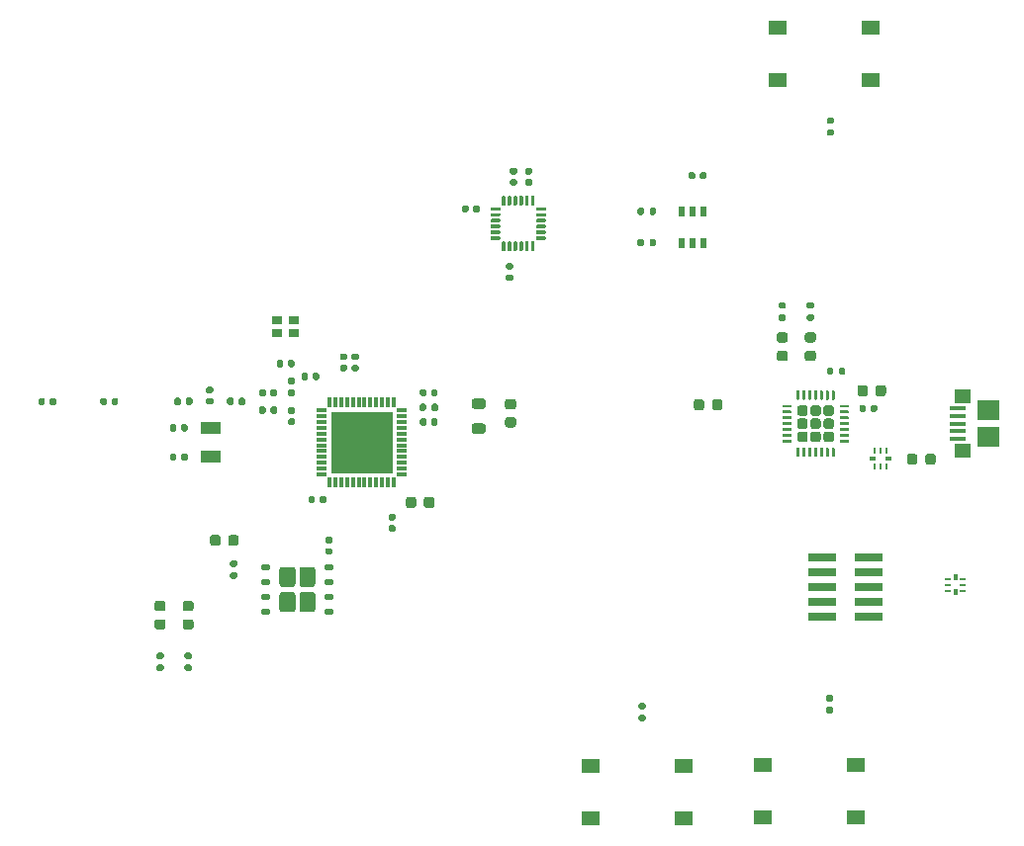
<source format=gbr>
%TF.GenerationSoftware,KiCad,Pcbnew,(5.1.9)-1*%
%TF.CreationDate,2021-08-26T02:42:55-04:00*%
%TF.ProjectId,CC2652_OnBoard,43433236-3532-45f4-9f6e-426f6172642e,rev?*%
%TF.SameCoordinates,Original*%
%TF.FileFunction,Paste,Top*%
%TF.FilePolarity,Positive*%
%FSLAX46Y46*%
G04 Gerber Fmt 4.6, Leading zero omitted, Abs format (unit mm)*
G04 Created by KiCad (PCBNEW (5.1.9)-1) date 2021-08-26 02:42:55*
%MOMM*%
%LPD*%
G01*
G04 APERTURE LIST*
%ADD10R,0.850000X0.300000*%
%ADD11R,0.300000X0.850000*%
%ADD12R,5.250000X5.250000*%
%ADD13R,0.600000X0.300000*%
%ADD14R,0.250000X0.550000*%
%ADD15R,0.200000X0.550000*%
%ADD16R,1.450000X1.150000*%
%ADD17R,1.900000X1.750000*%
%ADD18R,1.400000X0.400000*%
%ADD19R,0.300000X0.600000*%
%ADD20R,0.550000X0.250000*%
%ADD21R,0.550000X0.200000*%
%ADD22R,0.550000X0.900000*%
%ADD23R,2.400000X0.740000*%
%ADD24R,1.550000X1.300000*%
%ADD25R,0.900000X0.800000*%
%ADD26R,1.800000X1.000000*%
G04 APERTURE END LIST*
D10*
%TO.C,IC1*%
X104550000Y-81250000D03*
X104550000Y-81750000D03*
X104550000Y-82250000D03*
X104550000Y-82750000D03*
X104550000Y-83250000D03*
X104550000Y-83750000D03*
X104550000Y-84250000D03*
X104550000Y-84750000D03*
X104550000Y-85250000D03*
X104550000Y-85750000D03*
X104550000Y-86250000D03*
X104550000Y-86750000D03*
D11*
X105250000Y-87450000D03*
X105750000Y-87450000D03*
X106250000Y-87450000D03*
X106750000Y-87450000D03*
X107250000Y-87450000D03*
X107750000Y-87450000D03*
X108250000Y-87450000D03*
X108750000Y-87450000D03*
X109250000Y-87450000D03*
X109750000Y-87450000D03*
X110250000Y-87450000D03*
X110750000Y-87450000D03*
D10*
X111450000Y-86750000D03*
X111450000Y-86250000D03*
X111450000Y-85750000D03*
X111450000Y-85250000D03*
X111450000Y-84750000D03*
X111450000Y-84250000D03*
X111450000Y-83750000D03*
X111450000Y-83250000D03*
X111450000Y-82750000D03*
X111450000Y-82250000D03*
X111450000Y-81750000D03*
X111450000Y-81250000D03*
D11*
X110750000Y-80550000D03*
X110250000Y-80550000D03*
X109750000Y-80550000D03*
X109250000Y-80550000D03*
X108750000Y-80550000D03*
X108250000Y-80550000D03*
X107750000Y-80550000D03*
X107250000Y-80550000D03*
X106750000Y-80550000D03*
X106250000Y-80550000D03*
X105750000Y-80550000D03*
X105250000Y-80550000D03*
D12*
X108000000Y-84000000D03*
%TD*%
%TO.C,EMI_VDDS_FILTER_USB1*%
G36*
G01*
X156250000Y-85706250D02*
X156250000Y-85193750D01*
G75*
G02*
X156468750Y-84975000I218750J0D01*
G01*
X156906250Y-84975000D01*
G75*
G02*
X157125000Y-85193750I0J-218750D01*
G01*
X157125000Y-85706250D01*
G75*
G02*
X156906250Y-85925000I-218750J0D01*
G01*
X156468750Y-85925000D01*
G75*
G02*
X156250000Y-85706250I0J218750D01*
G01*
G37*
G36*
G01*
X154675000Y-85706250D02*
X154675000Y-85193750D01*
G75*
G02*
X154893750Y-84975000I218750J0D01*
G01*
X155331250Y-84975000D01*
G75*
G02*
X155550000Y-85193750I0J-218750D01*
G01*
X155550000Y-85706250D01*
G75*
G02*
X155331250Y-85925000I-218750J0D01*
G01*
X154893750Y-85925000D01*
G75*
G02*
X154675000Y-85706250I0J218750D01*
G01*
G37*
%TD*%
D13*
%TO.C,USB_ESD1*%
X153050000Y-85400000D03*
D14*
X152900000Y-86075000D03*
D15*
X152400000Y-86075000D03*
D14*
X151900000Y-86075000D03*
D13*
X151750000Y-85400000D03*
D14*
X151900000Y-84725000D03*
D15*
X152400000Y-84725000D03*
D14*
X152900000Y-84725000D03*
%TD*%
D16*
%TO.C,USB_CONNECTOR_A1*%
X159420000Y-84720000D03*
X159420000Y-80080000D03*
D17*
X161650000Y-83525000D03*
D18*
X159000000Y-82400000D03*
X159000000Y-81750000D03*
X159000000Y-81100000D03*
X159000000Y-83700000D03*
X159000000Y-83050000D03*
D17*
X161650000Y-81275000D03*
%TD*%
%TO.C,FLASH_nCS_PUR1*%
G36*
G01*
X96865000Y-95140000D02*
X97235000Y-95140000D01*
G75*
G02*
X97370000Y-95275000I0J-135000D01*
G01*
X97370000Y-95545000D01*
G75*
G02*
X97235000Y-95680000I-135000J0D01*
G01*
X96865000Y-95680000D01*
G75*
G02*
X96730000Y-95545000I0J135000D01*
G01*
X96730000Y-95275000D01*
G75*
G02*
X96865000Y-95140000I135000J0D01*
G01*
G37*
G36*
G01*
X96865000Y-94120000D02*
X97235000Y-94120000D01*
G75*
G02*
X97370000Y-94255000I0J-135000D01*
G01*
X97370000Y-94525000D01*
G75*
G02*
X97235000Y-94660000I-135000J0D01*
G01*
X96865000Y-94660000D01*
G75*
G02*
X96730000Y-94525000I0J135000D01*
G01*
X96730000Y-94255000D01*
G75*
G02*
X96865000Y-94120000I135000J0D01*
G01*
G37*
%TD*%
%TO.C,CP2102_nRST_R1*%
G36*
G01*
X148360000Y-77715000D02*
X148360000Y-78085000D01*
G75*
G02*
X148225000Y-78220000I-135000J0D01*
G01*
X147955000Y-78220000D01*
G75*
G02*
X147820000Y-78085000I0J135000D01*
G01*
X147820000Y-77715000D01*
G75*
G02*
X147955000Y-77580000I135000J0D01*
G01*
X148225000Y-77580000D01*
G75*
G02*
X148360000Y-77715000I0J-135000D01*
G01*
G37*
G36*
G01*
X149380000Y-77715000D02*
X149380000Y-78085000D01*
G75*
G02*
X149245000Y-78220000I-135000J0D01*
G01*
X148975000Y-78220000D01*
G75*
G02*
X148840000Y-78085000I0J135000D01*
G01*
X148840000Y-77715000D01*
G75*
G02*
X148975000Y-77580000I135000J0D01*
G01*
X149245000Y-77580000D01*
G75*
G02*
X149380000Y-77715000I0J-135000D01*
G01*
G37*
%TD*%
D19*
%TO.C,JTAG_ESD1*%
X158800000Y-96850000D03*
D20*
X158125000Y-96700000D03*
D21*
X158125000Y-96200000D03*
D20*
X158125000Y-95700000D03*
D19*
X158800000Y-95550000D03*
D20*
X159475000Y-95700000D03*
D21*
X159475000Y-96200000D03*
D20*
X159475000Y-96700000D03*
%TD*%
D22*
%TO.C,Hall*%
X135350000Y-64200000D03*
X136300000Y-64200000D03*
X137250000Y-64200000D03*
X137250000Y-66900000D03*
X136300000Y-66900000D03*
X135350000Y-66900000D03*
%TD*%
%TO.C,USB_UART1*%
G36*
G01*
X146180000Y-81055000D02*
X146180000Y-81505000D01*
G75*
G02*
X145955000Y-81730000I-225000J0D01*
G01*
X145505000Y-81730000D01*
G75*
G02*
X145280000Y-81505000I0J225000D01*
G01*
X145280000Y-81055000D01*
G75*
G02*
X145505000Y-80830000I225000J0D01*
G01*
X145955000Y-80830000D01*
G75*
G02*
X146180000Y-81055000I0J-225000D01*
G01*
G37*
G36*
G01*
X146180000Y-82175000D02*
X146180000Y-82625000D01*
G75*
G02*
X145955000Y-82850000I-225000J0D01*
G01*
X145505000Y-82850000D01*
G75*
G02*
X145280000Y-82625000I0J225000D01*
G01*
X145280000Y-82175000D01*
G75*
G02*
X145505000Y-81950000I225000J0D01*
G01*
X145955000Y-81950000D01*
G75*
G02*
X146180000Y-82175000I0J-225000D01*
G01*
G37*
G36*
G01*
X146180000Y-83295000D02*
X146180000Y-83745000D01*
G75*
G02*
X145955000Y-83970000I-225000J0D01*
G01*
X145505000Y-83970000D01*
G75*
G02*
X145280000Y-83745000I0J225000D01*
G01*
X145280000Y-83295000D01*
G75*
G02*
X145505000Y-83070000I225000J0D01*
G01*
X145955000Y-83070000D01*
G75*
G02*
X146180000Y-83295000I0J-225000D01*
G01*
G37*
G36*
G01*
X147300000Y-81055000D02*
X147300000Y-81505000D01*
G75*
G02*
X147075000Y-81730000I-225000J0D01*
G01*
X146625000Y-81730000D01*
G75*
G02*
X146400000Y-81505000I0J225000D01*
G01*
X146400000Y-81055000D01*
G75*
G02*
X146625000Y-80830000I225000J0D01*
G01*
X147075000Y-80830000D01*
G75*
G02*
X147300000Y-81055000I0J-225000D01*
G01*
G37*
G36*
G01*
X147300000Y-82175000D02*
X147300000Y-82625000D01*
G75*
G02*
X147075000Y-82850000I-225000J0D01*
G01*
X146625000Y-82850000D01*
G75*
G02*
X146400000Y-82625000I0J225000D01*
G01*
X146400000Y-82175000D01*
G75*
G02*
X146625000Y-81950000I225000J0D01*
G01*
X147075000Y-81950000D01*
G75*
G02*
X147300000Y-82175000I0J-225000D01*
G01*
G37*
G36*
G01*
X147300000Y-83295000D02*
X147300000Y-83745000D01*
G75*
G02*
X147075000Y-83970000I-225000J0D01*
G01*
X146625000Y-83970000D01*
G75*
G02*
X146400000Y-83745000I0J225000D01*
G01*
X146400000Y-83295000D01*
G75*
G02*
X146625000Y-83070000I225000J0D01*
G01*
X147075000Y-83070000D01*
G75*
G02*
X147300000Y-83295000I0J-225000D01*
G01*
G37*
G36*
G01*
X148420000Y-81055000D02*
X148420000Y-81505000D01*
G75*
G02*
X148195000Y-81730000I-225000J0D01*
G01*
X147745000Y-81730000D01*
G75*
G02*
X147520000Y-81505000I0J225000D01*
G01*
X147520000Y-81055000D01*
G75*
G02*
X147745000Y-80830000I225000J0D01*
G01*
X148195000Y-80830000D01*
G75*
G02*
X148420000Y-81055000I0J-225000D01*
G01*
G37*
G36*
G01*
X148420000Y-82175000D02*
X148420000Y-82625000D01*
G75*
G02*
X148195000Y-82850000I-225000J0D01*
G01*
X147745000Y-82850000D01*
G75*
G02*
X147520000Y-82625000I0J225000D01*
G01*
X147520000Y-82175000D01*
G75*
G02*
X147745000Y-81950000I225000J0D01*
G01*
X148195000Y-81950000D01*
G75*
G02*
X148420000Y-82175000I0J-225000D01*
G01*
G37*
G36*
G01*
X148420000Y-83295000D02*
X148420000Y-83745000D01*
G75*
G02*
X148195000Y-83970000I-225000J0D01*
G01*
X147745000Y-83970000D01*
G75*
G02*
X147520000Y-83745000I0J225000D01*
G01*
X147520000Y-83295000D01*
G75*
G02*
X147745000Y-83070000I225000J0D01*
G01*
X148195000Y-83070000D01*
G75*
G02*
X148420000Y-83295000I0J-225000D01*
G01*
G37*
G36*
G01*
X148475000Y-84512500D02*
X148475000Y-85187500D01*
G75*
G02*
X148412500Y-85250000I-62500J0D01*
G01*
X148287500Y-85250000D01*
G75*
G02*
X148225000Y-85187500I0J62500D01*
G01*
X148225000Y-84512500D01*
G75*
G02*
X148287500Y-84450000I62500J0D01*
G01*
X148412500Y-84450000D01*
G75*
G02*
X148475000Y-84512500I0J-62500D01*
G01*
G37*
G36*
G01*
X147975000Y-84512500D02*
X147975000Y-85187500D01*
G75*
G02*
X147912500Y-85250000I-62500J0D01*
G01*
X147787500Y-85250000D01*
G75*
G02*
X147725000Y-85187500I0J62500D01*
G01*
X147725000Y-84512500D01*
G75*
G02*
X147787500Y-84450000I62500J0D01*
G01*
X147912500Y-84450000D01*
G75*
G02*
X147975000Y-84512500I0J-62500D01*
G01*
G37*
G36*
G01*
X147475000Y-84512500D02*
X147475000Y-85187500D01*
G75*
G02*
X147412500Y-85250000I-62500J0D01*
G01*
X147287500Y-85250000D01*
G75*
G02*
X147225000Y-85187500I0J62500D01*
G01*
X147225000Y-84512500D01*
G75*
G02*
X147287500Y-84450000I62500J0D01*
G01*
X147412500Y-84450000D01*
G75*
G02*
X147475000Y-84512500I0J-62500D01*
G01*
G37*
G36*
G01*
X146975000Y-84512500D02*
X146975000Y-85187500D01*
G75*
G02*
X146912500Y-85250000I-62500J0D01*
G01*
X146787500Y-85250000D01*
G75*
G02*
X146725000Y-85187500I0J62500D01*
G01*
X146725000Y-84512500D01*
G75*
G02*
X146787500Y-84450000I62500J0D01*
G01*
X146912500Y-84450000D01*
G75*
G02*
X146975000Y-84512500I0J-62500D01*
G01*
G37*
G36*
G01*
X146475000Y-84512500D02*
X146475000Y-85187500D01*
G75*
G02*
X146412500Y-85250000I-62500J0D01*
G01*
X146287500Y-85250000D01*
G75*
G02*
X146225000Y-85187500I0J62500D01*
G01*
X146225000Y-84512500D01*
G75*
G02*
X146287500Y-84450000I62500J0D01*
G01*
X146412500Y-84450000D01*
G75*
G02*
X146475000Y-84512500I0J-62500D01*
G01*
G37*
G36*
G01*
X145975000Y-84512500D02*
X145975000Y-85187500D01*
G75*
G02*
X145912500Y-85250000I-62500J0D01*
G01*
X145787500Y-85250000D01*
G75*
G02*
X145725000Y-85187500I0J62500D01*
G01*
X145725000Y-84512500D01*
G75*
G02*
X145787500Y-84450000I62500J0D01*
G01*
X145912500Y-84450000D01*
G75*
G02*
X145975000Y-84512500I0J-62500D01*
G01*
G37*
G36*
G01*
X145475000Y-84512500D02*
X145475000Y-85187500D01*
G75*
G02*
X145412500Y-85250000I-62500J0D01*
G01*
X145287500Y-85250000D01*
G75*
G02*
X145225000Y-85187500I0J62500D01*
G01*
X145225000Y-84512500D01*
G75*
G02*
X145287500Y-84450000I62500J0D01*
G01*
X145412500Y-84450000D01*
G75*
G02*
X145475000Y-84512500I0J-62500D01*
G01*
G37*
G36*
G01*
X144800000Y-83837500D02*
X144800000Y-83962500D01*
G75*
G02*
X144737500Y-84025000I-62500J0D01*
G01*
X144062500Y-84025000D01*
G75*
G02*
X144000000Y-83962500I0J62500D01*
G01*
X144000000Y-83837500D01*
G75*
G02*
X144062500Y-83775000I62500J0D01*
G01*
X144737500Y-83775000D01*
G75*
G02*
X144800000Y-83837500I0J-62500D01*
G01*
G37*
G36*
G01*
X144800000Y-83337500D02*
X144800000Y-83462500D01*
G75*
G02*
X144737500Y-83525000I-62500J0D01*
G01*
X144062500Y-83525000D01*
G75*
G02*
X144000000Y-83462500I0J62500D01*
G01*
X144000000Y-83337500D01*
G75*
G02*
X144062500Y-83275000I62500J0D01*
G01*
X144737500Y-83275000D01*
G75*
G02*
X144800000Y-83337500I0J-62500D01*
G01*
G37*
G36*
G01*
X144800000Y-82837500D02*
X144800000Y-82962500D01*
G75*
G02*
X144737500Y-83025000I-62500J0D01*
G01*
X144062500Y-83025000D01*
G75*
G02*
X144000000Y-82962500I0J62500D01*
G01*
X144000000Y-82837500D01*
G75*
G02*
X144062500Y-82775000I62500J0D01*
G01*
X144737500Y-82775000D01*
G75*
G02*
X144800000Y-82837500I0J-62500D01*
G01*
G37*
G36*
G01*
X144800000Y-82337500D02*
X144800000Y-82462500D01*
G75*
G02*
X144737500Y-82525000I-62500J0D01*
G01*
X144062500Y-82525000D01*
G75*
G02*
X144000000Y-82462500I0J62500D01*
G01*
X144000000Y-82337500D01*
G75*
G02*
X144062500Y-82275000I62500J0D01*
G01*
X144737500Y-82275000D01*
G75*
G02*
X144800000Y-82337500I0J-62500D01*
G01*
G37*
G36*
G01*
X144800000Y-81837500D02*
X144800000Y-81962500D01*
G75*
G02*
X144737500Y-82025000I-62500J0D01*
G01*
X144062500Y-82025000D01*
G75*
G02*
X144000000Y-81962500I0J62500D01*
G01*
X144000000Y-81837500D01*
G75*
G02*
X144062500Y-81775000I62500J0D01*
G01*
X144737500Y-81775000D01*
G75*
G02*
X144800000Y-81837500I0J-62500D01*
G01*
G37*
G36*
G01*
X144800000Y-81337500D02*
X144800000Y-81462500D01*
G75*
G02*
X144737500Y-81525000I-62500J0D01*
G01*
X144062500Y-81525000D01*
G75*
G02*
X144000000Y-81462500I0J62500D01*
G01*
X144000000Y-81337500D01*
G75*
G02*
X144062500Y-81275000I62500J0D01*
G01*
X144737500Y-81275000D01*
G75*
G02*
X144800000Y-81337500I0J-62500D01*
G01*
G37*
G36*
G01*
X144800000Y-80837500D02*
X144800000Y-80962500D01*
G75*
G02*
X144737500Y-81025000I-62500J0D01*
G01*
X144062500Y-81025000D01*
G75*
G02*
X144000000Y-80962500I0J62500D01*
G01*
X144000000Y-80837500D01*
G75*
G02*
X144062500Y-80775000I62500J0D01*
G01*
X144737500Y-80775000D01*
G75*
G02*
X144800000Y-80837500I0J-62500D01*
G01*
G37*
G36*
G01*
X145475000Y-79612500D02*
X145475000Y-80287500D01*
G75*
G02*
X145412500Y-80350000I-62500J0D01*
G01*
X145287500Y-80350000D01*
G75*
G02*
X145225000Y-80287500I0J62500D01*
G01*
X145225000Y-79612500D01*
G75*
G02*
X145287500Y-79550000I62500J0D01*
G01*
X145412500Y-79550000D01*
G75*
G02*
X145475000Y-79612500I0J-62500D01*
G01*
G37*
G36*
G01*
X145975000Y-79612500D02*
X145975000Y-80287500D01*
G75*
G02*
X145912500Y-80350000I-62500J0D01*
G01*
X145787500Y-80350000D01*
G75*
G02*
X145725000Y-80287500I0J62500D01*
G01*
X145725000Y-79612500D01*
G75*
G02*
X145787500Y-79550000I62500J0D01*
G01*
X145912500Y-79550000D01*
G75*
G02*
X145975000Y-79612500I0J-62500D01*
G01*
G37*
G36*
G01*
X146475000Y-79612500D02*
X146475000Y-80287500D01*
G75*
G02*
X146412500Y-80350000I-62500J0D01*
G01*
X146287500Y-80350000D01*
G75*
G02*
X146225000Y-80287500I0J62500D01*
G01*
X146225000Y-79612500D01*
G75*
G02*
X146287500Y-79550000I62500J0D01*
G01*
X146412500Y-79550000D01*
G75*
G02*
X146475000Y-79612500I0J-62500D01*
G01*
G37*
G36*
G01*
X146975000Y-79612500D02*
X146975000Y-80287500D01*
G75*
G02*
X146912500Y-80350000I-62500J0D01*
G01*
X146787500Y-80350000D01*
G75*
G02*
X146725000Y-80287500I0J62500D01*
G01*
X146725000Y-79612500D01*
G75*
G02*
X146787500Y-79550000I62500J0D01*
G01*
X146912500Y-79550000D01*
G75*
G02*
X146975000Y-79612500I0J-62500D01*
G01*
G37*
G36*
G01*
X147475000Y-79612500D02*
X147475000Y-80287500D01*
G75*
G02*
X147412500Y-80350000I-62500J0D01*
G01*
X147287500Y-80350000D01*
G75*
G02*
X147225000Y-80287500I0J62500D01*
G01*
X147225000Y-79612500D01*
G75*
G02*
X147287500Y-79550000I62500J0D01*
G01*
X147412500Y-79550000D01*
G75*
G02*
X147475000Y-79612500I0J-62500D01*
G01*
G37*
G36*
G01*
X147975000Y-79612500D02*
X147975000Y-80287500D01*
G75*
G02*
X147912500Y-80350000I-62500J0D01*
G01*
X147787500Y-80350000D01*
G75*
G02*
X147725000Y-80287500I0J62500D01*
G01*
X147725000Y-79612500D01*
G75*
G02*
X147787500Y-79550000I62500J0D01*
G01*
X147912500Y-79550000D01*
G75*
G02*
X147975000Y-79612500I0J-62500D01*
G01*
G37*
G36*
G01*
X148475000Y-79612500D02*
X148475000Y-80287500D01*
G75*
G02*
X148412500Y-80350000I-62500J0D01*
G01*
X148287500Y-80350000D01*
G75*
G02*
X148225000Y-80287500I0J62500D01*
G01*
X148225000Y-79612500D01*
G75*
G02*
X148287500Y-79550000I62500J0D01*
G01*
X148412500Y-79550000D01*
G75*
G02*
X148475000Y-79612500I0J-62500D01*
G01*
G37*
G36*
G01*
X149700000Y-80837500D02*
X149700000Y-80962500D01*
G75*
G02*
X149637500Y-81025000I-62500J0D01*
G01*
X148962500Y-81025000D01*
G75*
G02*
X148900000Y-80962500I0J62500D01*
G01*
X148900000Y-80837500D01*
G75*
G02*
X148962500Y-80775000I62500J0D01*
G01*
X149637500Y-80775000D01*
G75*
G02*
X149700000Y-80837500I0J-62500D01*
G01*
G37*
G36*
G01*
X149700000Y-81337500D02*
X149700000Y-81462500D01*
G75*
G02*
X149637500Y-81525000I-62500J0D01*
G01*
X148962500Y-81525000D01*
G75*
G02*
X148900000Y-81462500I0J62500D01*
G01*
X148900000Y-81337500D01*
G75*
G02*
X148962500Y-81275000I62500J0D01*
G01*
X149637500Y-81275000D01*
G75*
G02*
X149700000Y-81337500I0J-62500D01*
G01*
G37*
G36*
G01*
X149700000Y-81837500D02*
X149700000Y-81962500D01*
G75*
G02*
X149637500Y-82025000I-62500J0D01*
G01*
X148962500Y-82025000D01*
G75*
G02*
X148900000Y-81962500I0J62500D01*
G01*
X148900000Y-81837500D01*
G75*
G02*
X148962500Y-81775000I62500J0D01*
G01*
X149637500Y-81775000D01*
G75*
G02*
X149700000Y-81837500I0J-62500D01*
G01*
G37*
G36*
G01*
X149700000Y-82337500D02*
X149700000Y-82462500D01*
G75*
G02*
X149637500Y-82525000I-62500J0D01*
G01*
X148962500Y-82525000D01*
G75*
G02*
X148900000Y-82462500I0J62500D01*
G01*
X148900000Y-82337500D01*
G75*
G02*
X148962500Y-82275000I62500J0D01*
G01*
X149637500Y-82275000D01*
G75*
G02*
X149700000Y-82337500I0J-62500D01*
G01*
G37*
G36*
G01*
X149700000Y-82837500D02*
X149700000Y-82962500D01*
G75*
G02*
X149637500Y-83025000I-62500J0D01*
G01*
X148962500Y-83025000D01*
G75*
G02*
X148900000Y-82962500I0J62500D01*
G01*
X148900000Y-82837500D01*
G75*
G02*
X148962500Y-82775000I62500J0D01*
G01*
X149637500Y-82775000D01*
G75*
G02*
X149700000Y-82837500I0J-62500D01*
G01*
G37*
G36*
G01*
X149700000Y-83337500D02*
X149700000Y-83462500D01*
G75*
G02*
X149637500Y-83525000I-62500J0D01*
G01*
X148962500Y-83525000D01*
G75*
G02*
X148900000Y-83462500I0J62500D01*
G01*
X148900000Y-83337500D01*
G75*
G02*
X148962500Y-83275000I62500J0D01*
G01*
X149637500Y-83275000D01*
G75*
G02*
X149700000Y-83337500I0J-62500D01*
G01*
G37*
G36*
G01*
X149700000Y-83837500D02*
X149700000Y-83962500D01*
G75*
G02*
X149637500Y-84025000I-62500J0D01*
G01*
X148962500Y-84025000D01*
G75*
G02*
X148900000Y-83962500I0J62500D01*
G01*
X148900000Y-83837500D01*
G75*
G02*
X148962500Y-83775000I62500J0D01*
G01*
X149637500Y-83775000D01*
G75*
G02*
X149700000Y-83837500I0J-62500D01*
G01*
G37*
%TD*%
%TO.C,R_RESET1*%
G36*
G01*
X148305000Y-56710000D02*
X147935000Y-56710000D01*
G75*
G02*
X147800000Y-56575000I0J135000D01*
G01*
X147800000Y-56305000D01*
G75*
G02*
X147935000Y-56170000I135000J0D01*
G01*
X148305000Y-56170000D01*
G75*
G02*
X148440000Y-56305000I0J-135000D01*
G01*
X148440000Y-56575000D01*
G75*
G02*
X148305000Y-56710000I-135000J0D01*
G01*
G37*
G36*
G01*
X148305000Y-57730000D02*
X147935000Y-57730000D01*
G75*
G02*
X147800000Y-57595000I0J135000D01*
G01*
X147800000Y-57325000D01*
G75*
G02*
X147935000Y-57190000I135000J0D01*
G01*
X148305000Y-57190000D01*
G75*
G02*
X148440000Y-57325000I0J-135000D01*
G01*
X148440000Y-57595000D01*
G75*
G02*
X148305000Y-57730000I-135000J0D01*
G01*
G37*
%TD*%
%TO.C,R_LED_VERDE1*%
G36*
G01*
X92965000Y-103040000D02*
X93335000Y-103040000D01*
G75*
G02*
X93470000Y-103175000I0J-135000D01*
G01*
X93470000Y-103445000D01*
G75*
G02*
X93335000Y-103580000I-135000J0D01*
G01*
X92965000Y-103580000D01*
G75*
G02*
X92830000Y-103445000I0J135000D01*
G01*
X92830000Y-103175000D01*
G75*
G02*
X92965000Y-103040000I135000J0D01*
G01*
G37*
G36*
G01*
X92965000Y-102020000D02*
X93335000Y-102020000D01*
G75*
G02*
X93470000Y-102155000I0J-135000D01*
G01*
X93470000Y-102425000D01*
G75*
G02*
X93335000Y-102560000I-135000J0D01*
G01*
X92965000Y-102560000D01*
G75*
G02*
X92830000Y-102425000I0J135000D01*
G01*
X92830000Y-102155000D01*
G75*
G02*
X92965000Y-102020000I135000J0D01*
G01*
G37*
%TD*%
%TO.C,R_LED_USB_Tx1*%
G36*
G01*
X143815000Y-73040000D02*
X144185000Y-73040000D01*
G75*
G02*
X144320000Y-73175000I0J-135000D01*
G01*
X144320000Y-73445000D01*
G75*
G02*
X144185000Y-73580000I-135000J0D01*
G01*
X143815000Y-73580000D01*
G75*
G02*
X143680000Y-73445000I0J135000D01*
G01*
X143680000Y-73175000D01*
G75*
G02*
X143815000Y-73040000I135000J0D01*
G01*
G37*
G36*
G01*
X143815000Y-72020000D02*
X144185000Y-72020000D01*
G75*
G02*
X144320000Y-72155000I0J-135000D01*
G01*
X144320000Y-72425000D01*
G75*
G02*
X144185000Y-72560000I-135000J0D01*
G01*
X143815000Y-72560000D01*
G75*
G02*
X143680000Y-72425000I0J135000D01*
G01*
X143680000Y-72155000D01*
G75*
G02*
X143815000Y-72020000I135000J0D01*
G01*
G37*
%TD*%
%TO.C,R_LED_USB_Rx1*%
G36*
G01*
X146215000Y-73040000D02*
X146585000Y-73040000D01*
G75*
G02*
X146720000Y-73175000I0J-135000D01*
G01*
X146720000Y-73445000D01*
G75*
G02*
X146585000Y-73580000I-135000J0D01*
G01*
X146215000Y-73580000D01*
G75*
G02*
X146080000Y-73445000I0J135000D01*
G01*
X146080000Y-73175000D01*
G75*
G02*
X146215000Y-73040000I135000J0D01*
G01*
G37*
G36*
G01*
X146215000Y-72020000D02*
X146585000Y-72020000D01*
G75*
G02*
X146720000Y-72155000I0J-135000D01*
G01*
X146720000Y-72425000D01*
G75*
G02*
X146585000Y-72560000I-135000J0D01*
G01*
X146215000Y-72560000D01*
G75*
G02*
X146080000Y-72425000I0J135000D01*
G01*
X146080000Y-72155000D01*
G75*
G02*
X146215000Y-72020000I135000J0D01*
G01*
G37*
%TD*%
%TO.C,R_LED_ROJO1*%
G36*
G01*
X90565000Y-103040000D02*
X90935000Y-103040000D01*
G75*
G02*
X91070000Y-103175000I0J-135000D01*
G01*
X91070000Y-103445000D01*
G75*
G02*
X90935000Y-103580000I-135000J0D01*
G01*
X90565000Y-103580000D01*
G75*
G02*
X90430000Y-103445000I0J135000D01*
G01*
X90430000Y-103175000D01*
G75*
G02*
X90565000Y-103040000I135000J0D01*
G01*
G37*
G36*
G01*
X90565000Y-102020000D02*
X90935000Y-102020000D01*
G75*
G02*
X91070000Y-102155000I0J-135000D01*
G01*
X91070000Y-102425000D01*
G75*
G02*
X90935000Y-102560000I-135000J0D01*
G01*
X90565000Y-102560000D01*
G75*
G02*
X90430000Y-102425000I0J135000D01*
G01*
X90430000Y-102155000D01*
G75*
G02*
X90565000Y-102020000I135000J0D01*
G01*
G37*
%TD*%
%TO.C,R3*%
G36*
G01*
X113510000Y-80815000D02*
X113510000Y-81185000D01*
G75*
G02*
X113375000Y-81320000I-135000J0D01*
G01*
X113105000Y-81320000D01*
G75*
G02*
X112970000Y-81185000I0J135000D01*
G01*
X112970000Y-80815000D01*
G75*
G02*
X113105000Y-80680000I135000J0D01*
G01*
X113375000Y-80680000D01*
G75*
G02*
X113510000Y-80815000I0J-135000D01*
G01*
G37*
G36*
G01*
X114530000Y-80815000D02*
X114530000Y-81185000D01*
G75*
G02*
X114395000Y-81320000I-135000J0D01*
G01*
X114125000Y-81320000D01*
G75*
G02*
X113990000Y-81185000I0J135000D01*
G01*
X113990000Y-80815000D01*
G75*
G02*
X114125000Y-80680000I135000J0D01*
G01*
X114395000Y-80680000D01*
G75*
G02*
X114530000Y-80815000I0J-135000D01*
G01*
G37*
%TD*%
%TO.C,LED_VERDE*%
G36*
G01*
X93406250Y-98450000D02*
X92893750Y-98450000D01*
G75*
G02*
X92675000Y-98231250I0J218750D01*
G01*
X92675000Y-97793750D01*
G75*
G02*
X92893750Y-97575000I218750J0D01*
G01*
X93406250Y-97575000D01*
G75*
G02*
X93625000Y-97793750I0J-218750D01*
G01*
X93625000Y-98231250D01*
G75*
G02*
X93406250Y-98450000I-218750J0D01*
G01*
G37*
G36*
G01*
X93406250Y-100025000D02*
X92893750Y-100025000D01*
G75*
G02*
X92675000Y-99806250I0J218750D01*
G01*
X92675000Y-99368750D01*
G75*
G02*
X92893750Y-99150000I218750J0D01*
G01*
X93406250Y-99150000D01*
G75*
G02*
X93625000Y-99368750I0J-218750D01*
G01*
X93625000Y-99806250D01*
G75*
G02*
X93406250Y-100025000I-218750J0D01*
G01*
G37*
%TD*%
%TO.C,LED_ROJO*%
G36*
G01*
X91006250Y-98450000D02*
X90493750Y-98450000D01*
G75*
G02*
X90275000Y-98231250I0J218750D01*
G01*
X90275000Y-97793750D01*
G75*
G02*
X90493750Y-97575000I218750J0D01*
G01*
X91006250Y-97575000D01*
G75*
G02*
X91225000Y-97793750I0J-218750D01*
G01*
X91225000Y-98231250D01*
G75*
G02*
X91006250Y-98450000I-218750J0D01*
G01*
G37*
G36*
G01*
X91006250Y-100025000D02*
X90493750Y-100025000D01*
G75*
G02*
X90275000Y-99806250I0J218750D01*
G01*
X90275000Y-99368750D01*
G75*
G02*
X90493750Y-99150000I218750J0D01*
G01*
X91006250Y-99150000D01*
G75*
G02*
X91225000Y-99368750I0J-218750D01*
G01*
X91225000Y-99806250D01*
G75*
G02*
X91006250Y-100025000I-218750J0D01*
G01*
G37*
%TD*%
%TO.C,L101*%
G36*
G01*
X118381250Y-81125000D02*
X117618750Y-81125000D01*
G75*
G02*
X117400000Y-80906250I0J218750D01*
G01*
X117400000Y-80468750D01*
G75*
G02*
X117618750Y-80250000I218750J0D01*
G01*
X118381250Y-80250000D01*
G75*
G02*
X118600000Y-80468750I0J-218750D01*
G01*
X118600000Y-80906250D01*
G75*
G02*
X118381250Y-81125000I-218750J0D01*
G01*
G37*
G36*
G01*
X118381250Y-83250000D02*
X117618750Y-83250000D01*
G75*
G02*
X117400000Y-83031250I0J218750D01*
G01*
X117400000Y-82593750D01*
G75*
G02*
X117618750Y-82375000I218750J0D01*
G01*
X118381250Y-82375000D01*
G75*
G02*
X118600000Y-82593750I0J-218750D01*
G01*
X118600000Y-83031250D01*
G75*
G02*
X118381250Y-83250000I-218750J0D01*
G01*
G37*
%TD*%
%TO.C,L34*%
G36*
G01*
X92560000Y-80327500D02*
X92560000Y-80672500D01*
G75*
G02*
X92412500Y-80820000I-147500J0D01*
G01*
X92117500Y-80820000D01*
G75*
G02*
X91970000Y-80672500I0J147500D01*
G01*
X91970000Y-80327500D01*
G75*
G02*
X92117500Y-80180000I147500J0D01*
G01*
X92412500Y-80180000D01*
G75*
G02*
X92560000Y-80327500I0J-147500D01*
G01*
G37*
G36*
G01*
X93530000Y-80327500D02*
X93530000Y-80672500D01*
G75*
G02*
X93382500Y-80820000I-147500J0D01*
G01*
X93087500Y-80820000D01*
G75*
G02*
X92940000Y-80672500I0J147500D01*
G01*
X92940000Y-80327500D01*
G75*
G02*
X93087500Y-80180000I147500J0D01*
G01*
X93382500Y-80180000D01*
G75*
G02*
X93530000Y-80327500I0J-147500D01*
G01*
G37*
%TD*%
%TO.C,L33*%
G36*
G01*
X97060000Y-80327500D02*
X97060000Y-80672500D01*
G75*
G02*
X96912500Y-80820000I-147500J0D01*
G01*
X96617500Y-80820000D01*
G75*
G02*
X96470000Y-80672500I0J147500D01*
G01*
X96470000Y-80327500D01*
G75*
G02*
X96617500Y-80180000I147500J0D01*
G01*
X96912500Y-80180000D01*
G75*
G02*
X97060000Y-80327500I0J-147500D01*
G01*
G37*
G36*
G01*
X98030000Y-80327500D02*
X98030000Y-80672500D01*
G75*
G02*
X97882500Y-80820000I-147500J0D01*
G01*
X97587500Y-80820000D01*
G75*
G02*
X97440000Y-80672500I0J147500D01*
G01*
X97440000Y-80327500D01*
G75*
G02*
X97587500Y-80180000I147500J0D01*
G01*
X97882500Y-80180000D01*
G75*
G02*
X98030000Y-80327500I0J-147500D01*
G01*
G37*
%TD*%
%TO.C,L32*%
G36*
G01*
X101827500Y-79440000D02*
X102172500Y-79440000D01*
G75*
G02*
X102320000Y-79587500I0J-147500D01*
G01*
X102320000Y-79882500D01*
G75*
G02*
X102172500Y-80030000I-147500J0D01*
G01*
X101827500Y-80030000D01*
G75*
G02*
X101680000Y-79882500I0J147500D01*
G01*
X101680000Y-79587500D01*
G75*
G02*
X101827500Y-79440000I147500J0D01*
G01*
G37*
G36*
G01*
X101827500Y-78470000D02*
X102172500Y-78470000D01*
G75*
G02*
X102320000Y-78617500I0J-147500D01*
G01*
X102320000Y-78912500D01*
G75*
G02*
X102172500Y-79060000I-147500J0D01*
G01*
X101827500Y-79060000D01*
G75*
G02*
X101680000Y-78912500I0J147500D01*
G01*
X101680000Y-78617500D01*
G75*
G02*
X101827500Y-78470000I147500J0D01*
G01*
G37*
%TD*%
%TO.C,L31*%
G36*
G01*
X99810000Y-81077500D02*
X99810000Y-81422500D01*
G75*
G02*
X99662500Y-81570000I-147500J0D01*
G01*
X99367500Y-81570000D01*
G75*
G02*
X99220000Y-81422500I0J147500D01*
G01*
X99220000Y-81077500D01*
G75*
G02*
X99367500Y-80930000I147500J0D01*
G01*
X99662500Y-80930000D01*
G75*
G02*
X99810000Y-81077500I0J-147500D01*
G01*
G37*
G36*
G01*
X100780000Y-81077500D02*
X100780000Y-81422500D01*
G75*
G02*
X100632500Y-81570000I-147500J0D01*
G01*
X100337500Y-81570000D01*
G75*
G02*
X100190000Y-81422500I0J147500D01*
G01*
X100190000Y-81077500D01*
G75*
G02*
X100337500Y-80930000I147500J0D01*
G01*
X100632500Y-80930000D01*
G75*
G02*
X100780000Y-81077500I0J-147500D01*
G01*
G37*
%TD*%
D23*
%TO.C,JTAG_DEBUG_HEADER1*%
X147450000Y-93860000D03*
X151350000Y-93860000D03*
X147450000Y-95130000D03*
X151350000Y-95130000D03*
X147450000Y-96400000D03*
X151350000Y-96400000D03*
X147450000Y-97670000D03*
X151350000Y-97670000D03*
X147450000Y-98940000D03*
X151350000Y-98940000D03*
%TD*%
%TO.C,HALL_SDA_PUR1*%
G36*
G01*
X132640000Y-64385000D02*
X132640000Y-64015000D01*
G75*
G02*
X132775000Y-63880000I135000J0D01*
G01*
X133045000Y-63880000D01*
G75*
G02*
X133180000Y-64015000I0J-135000D01*
G01*
X133180000Y-64385000D01*
G75*
G02*
X133045000Y-64520000I-135000J0D01*
G01*
X132775000Y-64520000D01*
G75*
G02*
X132640000Y-64385000I0J135000D01*
G01*
G37*
G36*
G01*
X131620000Y-64385000D02*
X131620000Y-64015000D01*
G75*
G02*
X131755000Y-63880000I135000J0D01*
G01*
X132025000Y-63880000D01*
G75*
G02*
X132160000Y-64015000I0J-135000D01*
G01*
X132160000Y-64385000D01*
G75*
G02*
X132025000Y-64520000I-135000J0D01*
G01*
X131755000Y-64520000D01*
G75*
G02*
X131620000Y-64385000I0J135000D01*
G01*
G37*
%TD*%
%TO.C,HALL_SCL_PUR1*%
G36*
G01*
X132640000Y-67085000D02*
X132640000Y-66715000D01*
G75*
G02*
X132775000Y-66580000I135000J0D01*
G01*
X133045000Y-66580000D01*
G75*
G02*
X133180000Y-66715000I0J-135000D01*
G01*
X133180000Y-67085000D01*
G75*
G02*
X133045000Y-67220000I-135000J0D01*
G01*
X132775000Y-67220000D01*
G75*
G02*
X132640000Y-67085000I0J135000D01*
G01*
G37*
G36*
G01*
X131620000Y-67085000D02*
X131620000Y-66715000D01*
G75*
G02*
X131755000Y-66580000I135000J0D01*
G01*
X132025000Y-66580000D01*
G75*
G02*
X132160000Y-66715000I0J-135000D01*
G01*
X132160000Y-67085000D01*
G75*
G02*
X132025000Y-67220000I-135000J0D01*
G01*
X131755000Y-67220000D01*
G75*
G02*
X131620000Y-67085000I0J135000D01*
G01*
G37*
%TD*%
%TO.C,Giroscope*%
G36*
G01*
X122575000Y-66775000D02*
X122725000Y-66775000D01*
G75*
G02*
X122800000Y-66850000I0J-75000D01*
G01*
X122800000Y-67550000D01*
G75*
G02*
X122725000Y-67625000I-75000J0D01*
G01*
X122575000Y-67625000D01*
G75*
G02*
X122500000Y-67550000I0J75000D01*
G01*
X122500000Y-66850000D01*
G75*
G02*
X122575000Y-66775000I75000J0D01*
G01*
G37*
G36*
G01*
X122075000Y-66775000D02*
X122225000Y-66775000D01*
G75*
G02*
X122300000Y-66850000I0J-75000D01*
G01*
X122300000Y-67550000D01*
G75*
G02*
X122225000Y-67625000I-75000J0D01*
G01*
X122075000Y-67625000D01*
G75*
G02*
X122000000Y-67550000I0J75000D01*
G01*
X122000000Y-66850000D01*
G75*
G02*
X122075000Y-66775000I75000J0D01*
G01*
G37*
G36*
G01*
X121575000Y-66775000D02*
X121725000Y-66775000D01*
G75*
G02*
X121800000Y-66850000I0J-75000D01*
G01*
X121800000Y-67550000D01*
G75*
G02*
X121725000Y-67625000I-75000J0D01*
G01*
X121575000Y-67625000D01*
G75*
G02*
X121500000Y-67550000I0J75000D01*
G01*
X121500000Y-66850000D01*
G75*
G02*
X121575000Y-66775000I75000J0D01*
G01*
G37*
G36*
G01*
X121075000Y-66775000D02*
X121225000Y-66775000D01*
G75*
G02*
X121300000Y-66850000I0J-75000D01*
G01*
X121300000Y-67550000D01*
G75*
G02*
X121225000Y-67625000I-75000J0D01*
G01*
X121075000Y-67625000D01*
G75*
G02*
X121000000Y-67550000I0J75000D01*
G01*
X121000000Y-66850000D01*
G75*
G02*
X121075000Y-66775000I75000J0D01*
G01*
G37*
G36*
G01*
X120575000Y-66775000D02*
X120725000Y-66775000D01*
G75*
G02*
X120800000Y-66850000I0J-75000D01*
G01*
X120800000Y-67550000D01*
G75*
G02*
X120725000Y-67625000I-75000J0D01*
G01*
X120575000Y-67625000D01*
G75*
G02*
X120500000Y-67550000I0J75000D01*
G01*
X120500000Y-66850000D01*
G75*
G02*
X120575000Y-66775000I75000J0D01*
G01*
G37*
G36*
G01*
X120075000Y-66775000D02*
X120225000Y-66775000D01*
G75*
G02*
X120300000Y-66850000I0J-75000D01*
G01*
X120300000Y-67550000D01*
G75*
G02*
X120225000Y-67625000I-75000J0D01*
G01*
X120075000Y-67625000D01*
G75*
G02*
X120000000Y-67550000I0J75000D01*
G01*
X120000000Y-66850000D01*
G75*
G02*
X120075000Y-66775000I75000J0D01*
G01*
G37*
G36*
G01*
X119875000Y-66425000D02*
X119875000Y-66575000D01*
G75*
G02*
X119800000Y-66650000I-75000J0D01*
G01*
X119100000Y-66650000D01*
G75*
G02*
X119025000Y-66575000I0J75000D01*
G01*
X119025000Y-66425000D01*
G75*
G02*
X119100000Y-66350000I75000J0D01*
G01*
X119800000Y-66350000D01*
G75*
G02*
X119875000Y-66425000I0J-75000D01*
G01*
G37*
G36*
G01*
X119875000Y-65925000D02*
X119875000Y-66075000D01*
G75*
G02*
X119800000Y-66150000I-75000J0D01*
G01*
X119100000Y-66150000D01*
G75*
G02*
X119025000Y-66075000I0J75000D01*
G01*
X119025000Y-65925000D01*
G75*
G02*
X119100000Y-65850000I75000J0D01*
G01*
X119800000Y-65850000D01*
G75*
G02*
X119875000Y-65925000I0J-75000D01*
G01*
G37*
G36*
G01*
X119875000Y-65425000D02*
X119875000Y-65575000D01*
G75*
G02*
X119800000Y-65650000I-75000J0D01*
G01*
X119100000Y-65650000D01*
G75*
G02*
X119025000Y-65575000I0J75000D01*
G01*
X119025000Y-65425000D01*
G75*
G02*
X119100000Y-65350000I75000J0D01*
G01*
X119800000Y-65350000D01*
G75*
G02*
X119875000Y-65425000I0J-75000D01*
G01*
G37*
G36*
G01*
X119875000Y-64925000D02*
X119875000Y-65075000D01*
G75*
G02*
X119800000Y-65150000I-75000J0D01*
G01*
X119100000Y-65150000D01*
G75*
G02*
X119025000Y-65075000I0J75000D01*
G01*
X119025000Y-64925000D01*
G75*
G02*
X119100000Y-64850000I75000J0D01*
G01*
X119800000Y-64850000D01*
G75*
G02*
X119875000Y-64925000I0J-75000D01*
G01*
G37*
G36*
G01*
X119875000Y-64425000D02*
X119875000Y-64575000D01*
G75*
G02*
X119800000Y-64650000I-75000J0D01*
G01*
X119100000Y-64650000D01*
G75*
G02*
X119025000Y-64575000I0J75000D01*
G01*
X119025000Y-64425000D01*
G75*
G02*
X119100000Y-64350000I75000J0D01*
G01*
X119800000Y-64350000D01*
G75*
G02*
X119875000Y-64425000I0J-75000D01*
G01*
G37*
G36*
G01*
X119875000Y-63925000D02*
X119875000Y-64075000D01*
G75*
G02*
X119800000Y-64150000I-75000J0D01*
G01*
X119100000Y-64150000D01*
G75*
G02*
X119025000Y-64075000I0J75000D01*
G01*
X119025000Y-63925000D01*
G75*
G02*
X119100000Y-63850000I75000J0D01*
G01*
X119800000Y-63850000D01*
G75*
G02*
X119875000Y-63925000I0J-75000D01*
G01*
G37*
G36*
G01*
X120075000Y-62875000D02*
X120225000Y-62875000D01*
G75*
G02*
X120300000Y-62950000I0J-75000D01*
G01*
X120300000Y-63650000D01*
G75*
G02*
X120225000Y-63725000I-75000J0D01*
G01*
X120075000Y-63725000D01*
G75*
G02*
X120000000Y-63650000I0J75000D01*
G01*
X120000000Y-62950000D01*
G75*
G02*
X120075000Y-62875000I75000J0D01*
G01*
G37*
G36*
G01*
X120575000Y-62875000D02*
X120725000Y-62875000D01*
G75*
G02*
X120800000Y-62950000I0J-75000D01*
G01*
X120800000Y-63650000D01*
G75*
G02*
X120725000Y-63725000I-75000J0D01*
G01*
X120575000Y-63725000D01*
G75*
G02*
X120500000Y-63650000I0J75000D01*
G01*
X120500000Y-62950000D01*
G75*
G02*
X120575000Y-62875000I75000J0D01*
G01*
G37*
G36*
G01*
X121075000Y-62875000D02*
X121225000Y-62875000D01*
G75*
G02*
X121300000Y-62950000I0J-75000D01*
G01*
X121300000Y-63650000D01*
G75*
G02*
X121225000Y-63725000I-75000J0D01*
G01*
X121075000Y-63725000D01*
G75*
G02*
X121000000Y-63650000I0J75000D01*
G01*
X121000000Y-62950000D01*
G75*
G02*
X121075000Y-62875000I75000J0D01*
G01*
G37*
G36*
G01*
X121575000Y-62875000D02*
X121725000Y-62875000D01*
G75*
G02*
X121800000Y-62950000I0J-75000D01*
G01*
X121800000Y-63650000D01*
G75*
G02*
X121725000Y-63725000I-75000J0D01*
G01*
X121575000Y-63725000D01*
G75*
G02*
X121500000Y-63650000I0J75000D01*
G01*
X121500000Y-62950000D01*
G75*
G02*
X121575000Y-62875000I75000J0D01*
G01*
G37*
G36*
G01*
X122075000Y-62875000D02*
X122225000Y-62875000D01*
G75*
G02*
X122300000Y-62950000I0J-75000D01*
G01*
X122300000Y-63650000D01*
G75*
G02*
X122225000Y-63725000I-75000J0D01*
G01*
X122075000Y-63725000D01*
G75*
G02*
X122000000Y-63650000I0J75000D01*
G01*
X122000000Y-62950000D01*
G75*
G02*
X122075000Y-62875000I75000J0D01*
G01*
G37*
G36*
G01*
X122575000Y-62875000D02*
X122725000Y-62875000D01*
G75*
G02*
X122800000Y-62950000I0J-75000D01*
G01*
X122800000Y-63650000D01*
G75*
G02*
X122725000Y-63725000I-75000J0D01*
G01*
X122575000Y-63725000D01*
G75*
G02*
X122500000Y-63650000I0J75000D01*
G01*
X122500000Y-62950000D01*
G75*
G02*
X122575000Y-62875000I75000J0D01*
G01*
G37*
G36*
G01*
X123775000Y-63925000D02*
X123775000Y-64075000D01*
G75*
G02*
X123700000Y-64150000I-75000J0D01*
G01*
X123000000Y-64150000D01*
G75*
G02*
X122925000Y-64075000I0J75000D01*
G01*
X122925000Y-63925000D01*
G75*
G02*
X123000000Y-63850000I75000J0D01*
G01*
X123700000Y-63850000D01*
G75*
G02*
X123775000Y-63925000I0J-75000D01*
G01*
G37*
G36*
G01*
X123775000Y-64425000D02*
X123775000Y-64575000D01*
G75*
G02*
X123700000Y-64650000I-75000J0D01*
G01*
X123000000Y-64650000D01*
G75*
G02*
X122925000Y-64575000I0J75000D01*
G01*
X122925000Y-64425000D01*
G75*
G02*
X123000000Y-64350000I75000J0D01*
G01*
X123700000Y-64350000D01*
G75*
G02*
X123775000Y-64425000I0J-75000D01*
G01*
G37*
G36*
G01*
X123775000Y-64925000D02*
X123775000Y-65075000D01*
G75*
G02*
X123700000Y-65150000I-75000J0D01*
G01*
X123000000Y-65150000D01*
G75*
G02*
X122925000Y-65075000I0J75000D01*
G01*
X122925000Y-64925000D01*
G75*
G02*
X123000000Y-64850000I75000J0D01*
G01*
X123700000Y-64850000D01*
G75*
G02*
X123775000Y-64925000I0J-75000D01*
G01*
G37*
G36*
G01*
X123775000Y-65425000D02*
X123775000Y-65575000D01*
G75*
G02*
X123700000Y-65650000I-75000J0D01*
G01*
X123000000Y-65650000D01*
G75*
G02*
X122925000Y-65575000I0J75000D01*
G01*
X122925000Y-65425000D01*
G75*
G02*
X123000000Y-65350000I75000J0D01*
G01*
X123700000Y-65350000D01*
G75*
G02*
X123775000Y-65425000I0J-75000D01*
G01*
G37*
G36*
G01*
X123775000Y-65925000D02*
X123775000Y-66075000D01*
G75*
G02*
X123700000Y-66150000I-75000J0D01*
G01*
X123000000Y-66150000D01*
G75*
G02*
X122925000Y-66075000I0J75000D01*
G01*
X122925000Y-65925000D01*
G75*
G02*
X123000000Y-65850000I75000J0D01*
G01*
X123700000Y-65850000D01*
G75*
G02*
X123775000Y-65925000I0J-75000D01*
G01*
G37*
G36*
G01*
X123775000Y-66425000D02*
X123775000Y-66575000D01*
G75*
G02*
X123700000Y-66650000I-75000J0D01*
G01*
X123000000Y-66650000D01*
G75*
G02*
X122925000Y-66575000I0J75000D01*
G01*
X122925000Y-66425000D01*
G75*
G02*
X123000000Y-66350000I75000J0D01*
G01*
X123700000Y-66350000D01*
G75*
G02*
X123775000Y-66425000I0J-75000D01*
G01*
G37*
%TD*%
%TO.C,FLASH_MEM*%
G36*
G01*
X102665000Y-98290001D02*
X102665000Y-97059999D01*
G75*
G02*
X102914999Y-96810000I249999J0D01*
G01*
X103785001Y-96810000D01*
G75*
G02*
X104035000Y-97059999I0J-249999D01*
G01*
X104035000Y-98290001D01*
G75*
G02*
X103785001Y-98540000I-249999J0D01*
G01*
X102914999Y-98540000D01*
G75*
G02*
X102665000Y-98290001I0J249999D01*
G01*
G37*
G36*
G01*
X102665000Y-96140001D02*
X102665000Y-94909999D01*
G75*
G02*
X102914999Y-94660000I249999J0D01*
G01*
X103785001Y-94660000D01*
G75*
G02*
X104035000Y-94909999I0J-249999D01*
G01*
X104035000Y-96140001D01*
G75*
G02*
X103785001Y-96390000I-249999J0D01*
G01*
X102914999Y-96390000D01*
G75*
G02*
X102665000Y-96140001I0J249999D01*
G01*
G37*
G36*
G01*
X100965000Y-98290001D02*
X100965000Y-97059999D01*
G75*
G02*
X101214999Y-96810000I249999J0D01*
G01*
X102085001Y-96810000D01*
G75*
G02*
X102335000Y-97059999I0J-249999D01*
G01*
X102335000Y-98290001D01*
G75*
G02*
X102085001Y-98540000I-249999J0D01*
G01*
X101214999Y-98540000D01*
G75*
G02*
X100965000Y-98290001I0J249999D01*
G01*
G37*
G36*
G01*
X100965000Y-96140001D02*
X100965000Y-94909999D01*
G75*
G02*
X101214999Y-94660000I249999J0D01*
G01*
X102085001Y-94660000D01*
G75*
G02*
X102335000Y-94909999I0J-249999D01*
G01*
X102335000Y-96140001D01*
G75*
G02*
X102085001Y-96390000I-249999J0D01*
G01*
X101214999Y-96390000D01*
G75*
G02*
X100965000Y-96140001I0J249999D01*
G01*
G37*
G36*
G01*
X104825000Y-94820000D02*
X104825000Y-94570000D01*
G75*
G02*
X104950000Y-94445000I125000J0D01*
G01*
X105450000Y-94445000D01*
G75*
G02*
X105575000Y-94570000I0J-125000D01*
G01*
X105575000Y-94820000D01*
G75*
G02*
X105450000Y-94945000I-125000J0D01*
G01*
X104950000Y-94945000D01*
G75*
G02*
X104825000Y-94820000I0J125000D01*
G01*
G37*
G36*
G01*
X104825000Y-96090000D02*
X104825000Y-95840000D01*
G75*
G02*
X104950000Y-95715000I125000J0D01*
G01*
X105450000Y-95715000D01*
G75*
G02*
X105575000Y-95840000I0J-125000D01*
G01*
X105575000Y-96090000D01*
G75*
G02*
X105450000Y-96215000I-125000J0D01*
G01*
X104950000Y-96215000D01*
G75*
G02*
X104825000Y-96090000I0J125000D01*
G01*
G37*
G36*
G01*
X104825000Y-97360000D02*
X104825000Y-97110000D01*
G75*
G02*
X104950000Y-96985000I125000J0D01*
G01*
X105450000Y-96985000D01*
G75*
G02*
X105575000Y-97110000I0J-125000D01*
G01*
X105575000Y-97360000D01*
G75*
G02*
X105450000Y-97485000I-125000J0D01*
G01*
X104950000Y-97485000D01*
G75*
G02*
X104825000Y-97360000I0J125000D01*
G01*
G37*
G36*
G01*
X104825000Y-98630000D02*
X104825000Y-98380000D01*
G75*
G02*
X104950000Y-98255000I125000J0D01*
G01*
X105450000Y-98255000D01*
G75*
G02*
X105575000Y-98380000I0J-125000D01*
G01*
X105575000Y-98630000D01*
G75*
G02*
X105450000Y-98755000I-125000J0D01*
G01*
X104950000Y-98755000D01*
G75*
G02*
X104825000Y-98630000I0J125000D01*
G01*
G37*
G36*
G01*
X99425000Y-98630000D02*
X99425000Y-98380000D01*
G75*
G02*
X99550000Y-98255000I125000J0D01*
G01*
X100050000Y-98255000D01*
G75*
G02*
X100175000Y-98380000I0J-125000D01*
G01*
X100175000Y-98630000D01*
G75*
G02*
X100050000Y-98755000I-125000J0D01*
G01*
X99550000Y-98755000D01*
G75*
G02*
X99425000Y-98630000I0J125000D01*
G01*
G37*
G36*
G01*
X99425000Y-97360000D02*
X99425000Y-97110000D01*
G75*
G02*
X99550000Y-96985000I125000J0D01*
G01*
X100050000Y-96985000D01*
G75*
G02*
X100175000Y-97110000I0J-125000D01*
G01*
X100175000Y-97360000D01*
G75*
G02*
X100050000Y-97485000I-125000J0D01*
G01*
X99550000Y-97485000D01*
G75*
G02*
X99425000Y-97360000I0J125000D01*
G01*
G37*
G36*
G01*
X99425000Y-96090000D02*
X99425000Y-95840000D01*
G75*
G02*
X99550000Y-95715000I125000J0D01*
G01*
X100050000Y-95715000D01*
G75*
G02*
X100175000Y-95840000I0J-125000D01*
G01*
X100175000Y-96090000D01*
G75*
G02*
X100050000Y-96215000I-125000J0D01*
G01*
X99550000Y-96215000D01*
G75*
G02*
X99425000Y-96090000I0J125000D01*
G01*
G37*
G36*
G01*
X99425000Y-94820000D02*
X99425000Y-94570000D01*
G75*
G02*
X99550000Y-94445000I125000J0D01*
G01*
X100050000Y-94445000D01*
G75*
G02*
X100175000Y-94570000I0J-125000D01*
G01*
X100175000Y-94820000D01*
G75*
G02*
X100050000Y-94945000I-125000J0D01*
G01*
X99550000Y-94945000D01*
G75*
G02*
X99425000Y-94820000I0J125000D01*
G01*
G37*
%TD*%
%TO.C,EMI_VDDS_FILTER1*%
G36*
G01*
X138000000Y-81031250D02*
X138000000Y-80518750D01*
G75*
G02*
X138218750Y-80300000I218750J0D01*
G01*
X138656250Y-80300000D01*
G75*
G02*
X138875000Y-80518750I0J-218750D01*
G01*
X138875000Y-81031250D01*
G75*
G02*
X138656250Y-81250000I-218750J0D01*
G01*
X138218750Y-81250000D01*
G75*
G02*
X138000000Y-81031250I0J218750D01*
G01*
G37*
G36*
G01*
X136425000Y-81031250D02*
X136425000Y-80518750D01*
G75*
G02*
X136643750Y-80300000I218750J0D01*
G01*
X137081250Y-80300000D01*
G75*
G02*
X137300000Y-80518750I0J-218750D01*
G01*
X137300000Y-81031250D01*
G75*
G02*
X137081250Y-81250000I-218750J0D01*
G01*
X136643750Y-81250000D01*
G75*
G02*
X136425000Y-81031250I0J218750D01*
G01*
G37*
%TD*%
%TO.C,D Tx*%
G36*
G01*
X144256250Y-75450000D02*
X143743750Y-75450000D01*
G75*
G02*
X143525000Y-75231250I0J218750D01*
G01*
X143525000Y-74793750D01*
G75*
G02*
X143743750Y-74575000I218750J0D01*
G01*
X144256250Y-74575000D01*
G75*
G02*
X144475000Y-74793750I0J-218750D01*
G01*
X144475000Y-75231250D01*
G75*
G02*
X144256250Y-75450000I-218750J0D01*
G01*
G37*
G36*
G01*
X144256250Y-77025000D02*
X143743750Y-77025000D01*
G75*
G02*
X143525000Y-76806250I0J218750D01*
G01*
X143525000Y-76368750D01*
G75*
G02*
X143743750Y-76150000I218750J0D01*
G01*
X144256250Y-76150000D01*
G75*
G02*
X144475000Y-76368750I0J-218750D01*
G01*
X144475000Y-76806250D01*
G75*
G02*
X144256250Y-77025000I-218750J0D01*
G01*
G37*
%TD*%
%TO.C,D Rx*%
G36*
G01*
X146656250Y-75450000D02*
X146143750Y-75450000D01*
G75*
G02*
X145925000Y-75231250I0J218750D01*
G01*
X145925000Y-74793750D01*
G75*
G02*
X146143750Y-74575000I218750J0D01*
G01*
X146656250Y-74575000D01*
G75*
G02*
X146875000Y-74793750I0J-218750D01*
G01*
X146875000Y-75231250D01*
G75*
G02*
X146656250Y-75450000I-218750J0D01*
G01*
G37*
G36*
G01*
X146656250Y-77025000D02*
X146143750Y-77025000D01*
G75*
G02*
X145925000Y-76806250I0J218750D01*
G01*
X145925000Y-76368750D01*
G75*
G02*
X146143750Y-76150000I218750J0D01*
G01*
X146656250Y-76150000D01*
G75*
G02*
X146875000Y-76368750I0J-218750D01*
G01*
X146875000Y-76806250D01*
G75*
G02*
X146656250Y-77025000I-218750J0D01*
G01*
G37*
%TD*%
%TO.C,C306*%
G36*
G01*
X81300000Y-80670000D02*
X81300000Y-80330000D01*
G75*
G02*
X81440000Y-80190000I140000J0D01*
G01*
X81720000Y-80190000D01*
G75*
G02*
X81860000Y-80330000I0J-140000D01*
G01*
X81860000Y-80670000D01*
G75*
G02*
X81720000Y-80810000I-140000J0D01*
G01*
X81440000Y-80810000D01*
G75*
G02*
X81300000Y-80670000I0J140000D01*
G01*
G37*
G36*
G01*
X80340000Y-80670000D02*
X80340000Y-80330000D01*
G75*
G02*
X80480000Y-80190000I140000J0D01*
G01*
X80760000Y-80190000D01*
G75*
G02*
X80900000Y-80330000I0J-140000D01*
G01*
X80900000Y-80670000D01*
G75*
G02*
X80760000Y-80810000I-140000J0D01*
G01*
X80480000Y-80810000D01*
G75*
G02*
X80340000Y-80670000I0J140000D01*
G01*
G37*
%TD*%
%TO.C,C305*%
G36*
G01*
X86600000Y-80670000D02*
X86600000Y-80330000D01*
G75*
G02*
X86740000Y-80190000I140000J0D01*
G01*
X87020000Y-80190000D01*
G75*
G02*
X87160000Y-80330000I0J-140000D01*
G01*
X87160000Y-80670000D01*
G75*
G02*
X87020000Y-80810000I-140000J0D01*
G01*
X86740000Y-80810000D01*
G75*
G02*
X86600000Y-80670000I0J140000D01*
G01*
G37*
G36*
G01*
X85640000Y-80670000D02*
X85640000Y-80330000D01*
G75*
G02*
X85780000Y-80190000I140000J0D01*
G01*
X86060000Y-80190000D01*
G75*
G02*
X86200000Y-80330000I0J-140000D01*
G01*
X86200000Y-80670000D01*
G75*
G02*
X86060000Y-80810000I-140000J0D01*
G01*
X85780000Y-80810000D01*
G75*
G02*
X85640000Y-80670000I0J140000D01*
G01*
G37*
%TD*%
%TO.C,C304*%
G36*
G01*
X95170000Y-79800000D02*
X94830000Y-79800000D01*
G75*
G02*
X94690000Y-79660000I0J140000D01*
G01*
X94690000Y-79380000D01*
G75*
G02*
X94830000Y-79240000I140000J0D01*
G01*
X95170000Y-79240000D01*
G75*
G02*
X95310000Y-79380000I0J-140000D01*
G01*
X95310000Y-79660000D01*
G75*
G02*
X95170000Y-79800000I-140000J0D01*
G01*
G37*
G36*
G01*
X95170000Y-80760000D02*
X94830000Y-80760000D01*
G75*
G02*
X94690000Y-80620000I0J140000D01*
G01*
X94690000Y-80340000D01*
G75*
G02*
X94830000Y-80200000I140000J0D01*
G01*
X95170000Y-80200000D01*
G75*
G02*
X95310000Y-80340000I0J-140000D01*
G01*
X95310000Y-80620000D01*
G75*
G02*
X95170000Y-80760000I-140000J0D01*
G01*
G37*
%TD*%
%TO.C,C303*%
G36*
G01*
X101700000Y-77420000D02*
X101700000Y-77080000D01*
G75*
G02*
X101840000Y-76940000I140000J0D01*
G01*
X102120000Y-76940000D01*
G75*
G02*
X102260000Y-77080000I0J-140000D01*
G01*
X102260000Y-77420000D01*
G75*
G02*
X102120000Y-77560000I-140000J0D01*
G01*
X101840000Y-77560000D01*
G75*
G02*
X101700000Y-77420000I0J140000D01*
G01*
G37*
G36*
G01*
X100740000Y-77420000D02*
X100740000Y-77080000D01*
G75*
G02*
X100880000Y-76940000I140000J0D01*
G01*
X101160000Y-76940000D01*
G75*
G02*
X101300000Y-77080000I0J-140000D01*
G01*
X101300000Y-77420000D01*
G75*
G02*
X101160000Y-77560000I-140000J0D01*
G01*
X100880000Y-77560000D01*
G75*
G02*
X100740000Y-77420000I0J140000D01*
G01*
G37*
%TD*%
%TO.C,C302*%
G36*
G01*
X100200000Y-79920000D02*
X100200000Y-79580000D01*
G75*
G02*
X100340000Y-79440000I140000J0D01*
G01*
X100620000Y-79440000D01*
G75*
G02*
X100760000Y-79580000I0J-140000D01*
G01*
X100760000Y-79920000D01*
G75*
G02*
X100620000Y-80060000I-140000J0D01*
G01*
X100340000Y-80060000D01*
G75*
G02*
X100200000Y-79920000I0J140000D01*
G01*
G37*
G36*
G01*
X99240000Y-79920000D02*
X99240000Y-79580000D01*
G75*
G02*
X99380000Y-79440000I140000J0D01*
G01*
X99660000Y-79440000D01*
G75*
G02*
X99800000Y-79580000I0J-140000D01*
G01*
X99800000Y-79920000D01*
G75*
G02*
X99660000Y-80060000I-140000J0D01*
G01*
X99380000Y-80060000D01*
G75*
G02*
X99240000Y-79920000I0J140000D01*
G01*
G37*
%TD*%
%TO.C,C301*%
G36*
G01*
X101830000Y-81950000D02*
X102170000Y-81950000D01*
G75*
G02*
X102310000Y-82090000I0J-140000D01*
G01*
X102310000Y-82370000D01*
G75*
G02*
X102170000Y-82510000I-140000J0D01*
G01*
X101830000Y-82510000D01*
G75*
G02*
X101690000Y-82370000I0J140000D01*
G01*
X101690000Y-82090000D01*
G75*
G02*
X101830000Y-81950000I140000J0D01*
G01*
G37*
G36*
G01*
X101830000Y-80990000D02*
X102170000Y-80990000D01*
G75*
G02*
X102310000Y-81130000I0J-140000D01*
G01*
X102310000Y-81410000D01*
G75*
G02*
X102170000Y-81550000I-140000J0D01*
G01*
X101830000Y-81550000D01*
G75*
G02*
X101690000Y-81410000I0J140000D01*
G01*
X101690000Y-81130000D01*
G75*
G02*
X101830000Y-80990000I140000J0D01*
G01*
G37*
%TD*%
%TO.C,C205*%
G36*
G01*
X120820000Y-69200000D02*
X120480000Y-69200000D01*
G75*
G02*
X120340000Y-69060000I0J140000D01*
G01*
X120340000Y-68780000D01*
G75*
G02*
X120480000Y-68640000I140000J0D01*
G01*
X120820000Y-68640000D01*
G75*
G02*
X120960000Y-68780000I0J-140000D01*
G01*
X120960000Y-69060000D01*
G75*
G02*
X120820000Y-69200000I-140000J0D01*
G01*
G37*
G36*
G01*
X120820000Y-70160000D02*
X120480000Y-70160000D01*
G75*
G02*
X120340000Y-70020000I0J140000D01*
G01*
X120340000Y-69740000D01*
G75*
G02*
X120480000Y-69600000I140000J0D01*
G01*
X120820000Y-69600000D01*
G75*
G02*
X120960000Y-69740000I0J-140000D01*
G01*
X120960000Y-70020000D01*
G75*
G02*
X120820000Y-70160000I-140000J0D01*
G01*
G37*
%TD*%
%TO.C,C204*%
G36*
G01*
X121170000Y-61050000D02*
X120830000Y-61050000D01*
G75*
G02*
X120690000Y-60910000I0J140000D01*
G01*
X120690000Y-60630000D01*
G75*
G02*
X120830000Y-60490000I140000J0D01*
G01*
X121170000Y-60490000D01*
G75*
G02*
X121310000Y-60630000I0J-140000D01*
G01*
X121310000Y-60910000D01*
G75*
G02*
X121170000Y-61050000I-140000J0D01*
G01*
G37*
G36*
G01*
X121170000Y-62010000D02*
X120830000Y-62010000D01*
G75*
G02*
X120690000Y-61870000I0J140000D01*
G01*
X120690000Y-61590000D01*
G75*
G02*
X120830000Y-61450000I140000J0D01*
G01*
X121170000Y-61450000D01*
G75*
G02*
X121310000Y-61590000I0J-140000D01*
G01*
X121310000Y-61870000D01*
G75*
G02*
X121170000Y-62010000I-140000J0D01*
G01*
G37*
%TD*%
%TO.C,C203*%
G36*
G01*
X151975000Y-79825000D02*
X151975000Y-79325000D01*
G75*
G02*
X152200000Y-79100000I225000J0D01*
G01*
X152650000Y-79100000D01*
G75*
G02*
X152875000Y-79325000I0J-225000D01*
G01*
X152875000Y-79825000D01*
G75*
G02*
X152650000Y-80050000I-225000J0D01*
G01*
X152200000Y-80050000D01*
G75*
G02*
X151975000Y-79825000I0J225000D01*
G01*
G37*
G36*
G01*
X150425000Y-79825000D02*
X150425000Y-79325000D01*
G75*
G02*
X150650000Y-79100000I225000J0D01*
G01*
X151100000Y-79100000D01*
G75*
G02*
X151325000Y-79325000I0J-225000D01*
G01*
X151325000Y-79825000D01*
G75*
G02*
X151100000Y-80050000I-225000J0D01*
G01*
X150650000Y-80050000D01*
G75*
G02*
X150425000Y-79825000I0J225000D01*
G01*
G37*
%TD*%
%TO.C,C202*%
G36*
G01*
X121000000Y-81175000D02*
X120500000Y-81175000D01*
G75*
G02*
X120275000Y-80950000I0J225000D01*
G01*
X120275000Y-80500000D01*
G75*
G02*
X120500000Y-80275000I225000J0D01*
G01*
X121000000Y-80275000D01*
G75*
G02*
X121225000Y-80500000I0J-225000D01*
G01*
X121225000Y-80950000D01*
G75*
G02*
X121000000Y-81175000I-225000J0D01*
G01*
G37*
G36*
G01*
X121000000Y-82725000D02*
X120500000Y-82725000D01*
G75*
G02*
X120275000Y-82500000I0J225000D01*
G01*
X120275000Y-82050000D01*
G75*
G02*
X120500000Y-81825000I225000J0D01*
G01*
X121000000Y-81825000D01*
G75*
G02*
X121225000Y-82050000I0J-225000D01*
G01*
X121225000Y-82500000D01*
G75*
G02*
X121000000Y-82725000I-225000J0D01*
G01*
G37*
%TD*%
%TO.C,C201*%
G36*
G01*
X96575000Y-92650000D02*
X96575000Y-92150000D01*
G75*
G02*
X96800000Y-91925000I225000J0D01*
G01*
X97250000Y-91925000D01*
G75*
G02*
X97475000Y-92150000I0J-225000D01*
G01*
X97475000Y-92650000D01*
G75*
G02*
X97250000Y-92875000I-225000J0D01*
G01*
X96800000Y-92875000D01*
G75*
G02*
X96575000Y-92650000I0J225000D01*
G01*
G37*
G36*
G01*
X95025000Y-92650000D02*
X95025000Y-92150000D01*
G75*
G02*
X95250000Y-91925000I225000J0D01*
G01*
X95700000Y-91925000D01*
G75*
G02*
X95925000Y-92150000I0J-225000D01*
G01*
X95925000Y-92650000D01*
G75*
G02*
X95700000Y-92875000I-225000J0D01*
G01*
X95250000Y-92875000D01*
G75*
G02*
X95025000Y-92650000I0J225000D01*
G01*
G37*
%TD*%
%TO.C,C112*%
G36*
G01*
X105030000Y-93050000D02*
X105370000Y-93050000D01*
G75*
G02*
X105510000Y-93190000I0J-140000D01*
G01*
X105510000Y-93470000D01*
G75*
G02*
X105370000Y-93610000I-140000J0D01*
G01*
X105030000Y-93610000D01*
G75*
G02*
X104890000Y-93470000I0J140000D01*
G01*
X104890000Y-93190000D01*
G75*
G02*
X105030000Y-93050000I140000J0D01*
G01*
G37*
G36*
G01*
X105030000Y-92090000D02*
X105370000Y-92090000D01*
G75*
G02*
X105510000Y-92230000I0J-140000D01*
G01*
X105510000Y-92510000D01*
G75*
G02*
X105370000Y-92650000I-140000J0D01*
G01*
X105030000Y-92650000D01*
G75*
G02*
X104890000Y-92510000I0J140000D01*
G01*
X104890000Y-92230000D01*
G75*
G02*
X105030000Y-92090000I140000J0D01*
G01*
G37*
%TD*%
%TO.C,C111*%
G36*
G01*
X136950000Y-61320000D02*
X136950000Y-60980000D01*
G75*
G02*
X137090000Y-60840000I140000J0D01*
G01*
X137370000Y-60840000D01*
G75*
G02*
X137510000Y-60980000I0J-140000D01*
G01*
X137510000Y-61320000D01*
G75*
G02*
X137370000Y-61460000I-140000J0D01*
G01*
X137090000Y-61460000D01*
G75*
G02*
X136950000Y-61320000I0J140000D01*
G01*
G37*
G36*
G01*
X135990000Y-61320000D02*
X135990000Y-60980000D01*
G75*
G02*
X136130000Y-60840000I140000J0D01*
G01*
X136410000Y-60840000D01*
G75*
G02*
X136550000Y-60980000I0J-140000D01*
G01*
X136550000Y-61320000D01*
G75*
G02*
X136410000Y-61460000I-140000J0D01*
G01*
X136130000Y-61460000D01*
G75*
G02*
X135990000Y-61320000I0J140000D01*
G01*
G37*
%TD*%
%TO.C,C110*%
G36*
G01*
X122470000Y-61050000D02*
X122130000Y-61050000D01*
G75*
G02*
X121990000Y-60910000I0J140000D01*
G01*
X121990000Y-60630000D01*
G75*
G02*
X122130000Y-60490000I140000J0D01*
G01*
X122470000Y-60490000D01*
G75*
G02*
X122610000Y-60630000I0J-140000D01*
G01*
X122610000Y-60910000D01*
G75*
G02*
X122470000Y-61050000I-140000J0D01*
G01*
G37*
G36*
G01*
X122470000Y-62010000D02*
X122130000Y-62010000D01*
G75*
G02*
X121990000Y-61870000I0J140000D01*
G01*
X121990000Y-61590000D01*
G75*
G02*
X122130000Y-61450000I140000J0D01*
G01*
X122470000Y-61450000D01*
G75*
G02*
X122610000Y-61590000I0J-140000D01*
G01*
X122610000Y-61870000D01*
G75*
G02*
X122470000Y-62010000I-140000J0D01*
G01*
G37*
%TD*%
%TO.C,C109*%
G36*
G01*
X117550000Y-64170000D02*
X117550000Y-63830000D01*
G75*
G02*
X117690000Y-63690000I140000J0D01*
G01*
X117970000Y-63690000D01*
G75*
G02*
X118110000Y-63830000I0J-140000D01*
G01*
X118110000Y-64170000D01*
G75*
G02*
X117970000Y-64310000I-140000J0D01*
G01*
X117690000Y-64310000D01*
G75*
G02*
X117550000Y-64170000I0J140000D01*
G01*
G37*
G36*
G01*
X116590000Y-64170000D02*
X116590000Y-63830000D01*
G75*
G02*
X116730000Y-63690000I140000J0D01*
G01*
X117010000Y-63690000D01*
G75*
G02*
X117150000Y-63830000I0J-140000D01*
G01*
X117150000Y-64170000D01*
G75*
G02*
X117010000Y-64310000I-140000J0D01*
G01*
X116730000Y-64310000D01*
G75*
G02*
X116590000Y-64170000I0J140000D01*
G01*
G37*
%TD*%
%TO.C,C108*%
G36*
G01*
X151550000Y-81270000D02*
X151550000Y-80930000D01*
G75*
G02*
X151690000Y-80790000I140000J0D01*
G01*
X151970000Y-80790000D01*
G75*
G02*
X152110000Y-80930000I0J-140000D01*
G01*
X152110000Y-81270000D01*
G75*
G02*
X151970000Y-81410000I-140000J0D01*
G01*
X151690000Y-81410000D01*
G75*
G02*
X151550000Y-81270000I0J140000D01*
G01*
G37*
G36*
G01*
X150590000Y-81270000D02*
X150590000Y-80930000D01*
G75*
G02*
X150730000Y-80790000I140000J0D01*
G01*
X151010000Y-80790000D01*
G75*
G02*
X151150000Y-80930000I0J-140000D01*
G01*
X151150000Y-81270000D01*
G75*
G02*
X151010000Y-81410000I-140000J0D01*
G01*
X150730000Y-81410000D01*
G75*
G02*
X150590000Y-81270000I0J140000D01*
G01*
G37*
%TD*%
%TO.C,C107*%
G36*
G01*
X103800000Y-78520000D02*
X103800000Y-78180000D01*
G75*
G02*
X103940000Y-78040000I140000J0D01*
G01*
X104220000Y-78040000D01*
G75*
G02*
X104360000Y-78180000I0J-140000D01*
G01*
X104360000Y-78520000D01*
G75*
G02*
X104220000Y-78660000I-140000J0D01*
G01*
X103940000Y-78660000D01*
G75*
G02*
X103800000Y-78520000I0J140000D01*
G01*
G37*
G36*
G01*
X102840000Y-78520000D02*
X102840000Y-78180000D01*
G75*
G02*
X102980000Y-78040000I140000J0D01*
G01*
X103260000Y-78040000D01*
G75*
G02*
X103400000Y-78180000I0J-140000D01*
G01*
X103400000Y-78520000D01*
G75*
G02*
X103260000Y-78660000I-140000J0D01*
G01*
X102980000Y-78660000D01*
G75*
G02*
X102840000Y-78520000I0J140000D01*
G01*
G37*
%TD*%
%TO.C,C106*%
G36*
G01*
X106280000Y-77350000D02*
X106620000Y-77350000D01*
G75*
G02*
X106760000Y-77490000I0J-140000D01*
G01*
X106760000Y-77770000D01*
G75*
G02*
X106620000Y-77910000I-140000J0D01*
G01*
X106280000Y-77910000D01*
G75*
G02*
X106140000Y-77770000I0J140000D01*
G01*
X106140000Y-77490000D01*
G75*
G02*
X106280000Y-77350000I140000J0D01*
G01*
G37*
G36*
G01*
X106280000Y-76390000D02*
X106620000Y-76390000D01*
G75*
G02*
X106760000Y-76530000I0J-140000D01*
G01*
X106760000Y-76810000D01*
G75*
G02*
X106620000Y-76950000I-140000J0D01*
G01*
X106280000Y-76950000D01*
G75*
G02*
X106140000Y-76810000I0J140000D01*
G01*
X106140000Y-76530000D01*
G75*
G02*
X106280000Y-76390000I140000J0D01*
G01*
G37*
%TD*%
%TO.C,C105*%
G36*
G01*
X107280000Y-77350000D02*
X107620000Y-77350000D01*
G75*
G02*
X107760000Y-77490000I0J-140000D01*
G01*
X107760000Y-77770000D01*
G75*
G02*
X107620000Y-77910000I-140000J0D01*
G01*
X107280000Y-77910000D01*
G75*
G02*
X107140000Y-77770000I0J140000D01*
G01*
X107140000Y-77490000D01*
G75*
G02*
X107280000Y-77350000I140000J0D01*
G01*
G37*
G36*
G01*
X107280000Y-76390000D02*
X107620000Y-76390000D01*
G75*
G02*
X107760000Y-76530000I0J-140000D01*
G01*
X107760000Y-76810000D01*
G75*
G02*
X107620000Y-76950000I-140000J0D01*
G01*
X107280000Y-76950000D01*
G75*
G02*
X107140000Y-76810000I0J140000D01*
G01*
X107140000Y-76530000D01*
G75*
G02*
X107280000Y-76390000I140000J0D01*
G01*
G37*
%TD*%
%TO.C,C104*%
G36*
G01*
X113550000Y-82080000D02*
X113550000Y-82420000D01*
G75*
G02*
X113410000Y-82560000I-140000J0D01*
G01*
X113130000Y-82560000D01*
G75*
G02*
X112990000Y-82420000I0J140000D01*
G01*
X112990000Y-82080000D01*
G75*
G02*
X113130000Y-81940000I140000J0D01*
G01*
X113410000Y-81940000D01*
G75*
G02*
X113550000Y-82080000I0J-140000D01*
G01*
G37*
G36*
G01*
X114510000Y-82080000D02*
X114510000Y-82420000D01*
G75*
G02*
X114370000Y-82560000I-140000J0D01*
G01*
X114090000Y-82560000D01*
G75*
G02*
X113950000Y-82420000I0J140000D01*
G01*
X113950000Y-82080000D01*
G75*
G02*
X114090000Y-81940000I140000J0D01*
G01*
X114370000Y-81940000D01*
G75*
G02*
X114510000Y-82080000I0J-140000D01*
G01*
G37*
%TD*%
%TO.C,C103*%
G36*
G01*
X110770000Y-90700000D02*
X110430000Y-90700000D01*
G75*
G02*
X110290000Y-90560000I0J140000D01*
G01*
X110290000Y-90280000D01*
G75*
G02*
X110430000Y-90140000I140000J0D01*
G01*
X110770000Y-90140000D01*
G75*
G02*
X110910000Y-90280000I0J-140000D01*
G01*
X110910000Y-90560000D01*
G75*
G02*
X110770000Y-90700000I-140000J0D01*
G01*
G37*
G36*
G01*
X110770000Y-91660000D02*
X110430000Y-91660000D01*
G75*
G02*
X110290000Y-91520000I0J140000D01*
G01*
X110290000Y-91240000D01*
G75*
G02*
X110430000Y-91100000I140000J0D01*
G01*
X110770000Y-91100000D01*
G75*
G02*
X110910000Y-91240000I0J-140000D01*
G01*
X110910000Y-91520000D01*
G75*
G02*
X110770000Y-91660000I-140000J0D01*
G01*
G37*
%TD*%
%TO.C,C102*%
G36*
G01*
X104400000Y-89070000D02*
X104400000Y-88730000D01*
G75*
G02*
X104540000Y-88590000I140000J0D01*
G01*
X104820000Y-88590000D01*
G75*
G02*
X104960000Y-88730000I0J-140000D01*
G01*
X104960000Y-89070000D01*
G75*
G02*
X104820000Y-89210000I-140000J0D01*
G01*
X104540000Y-89210000D01*
G75*
G02*
X104400000Y-89070000I0J140000D01*
G01*
G37*
G36*
G01*
X103440000Y-89070000D02*
X103440000Y-88730000D01*
G75*
G02*
X103580000Y-88590000I140000J0D01*
G01*
X103860000Y-88590000D01*
G75*
G02*
X104000000Y-88730000I0J-140000D01*
G01*
X104000000Y-89070000D01*
G75*
G02*
X103860000Y-89210000I-140000J0D01*
G01*
X103580000Y-89210000D01*
G75*
G02*
X103440000Y-89070000I0J140000D01*
G01*
G37*
%TD*%
%TO.C,C101*%
G36*
G01*
X113325000Y-89400000D02*
X113325000Y-88900000D01*
G75*
G02*
X113550000Y-88675000I225000J0D01*
G01*
X114000000Y-88675000D01*
G75*
G02*
X114225000Y-88900000I0J-225000D01*
G01*
X114225000Y-89400000D01*
G75*
G02*
X114000000Y-89625000I-225000J0D01*
G01*
X113550000Y-89625000D01*
G75*
G02*
X113325000Y-89400000I0J225000D01*
G01*
G37*
G36*
G01*
X111775000Y-89400000D02*
X111775000Y-88900000D01*
G75*
G02*
X112000000Y-88675000I225000J0D01*
G01*
X112450000Y-88675000D01*
G75*
G02*
X112675000Y-88900000I0J-225000D01*
G01*
X112675000Y-89400000D01*
G75*
G02*
X112450000Y-89625000I-225000J0D01*
G01*
X112000000Y-89625000D01*
G75*
G02*
X111775000Y-89400000I0J225000D01*
G01*
G37*
%TD*%
%TO.C,C3*%
G36*
G01*
X113950000Y-79920000D02*
X113950000Y-79580000D01*
G75*
G02*
X114090000Y-79440000I140000J0D01*
G01*
X114370000Y-79440000D01*
G75*
G02*
X114510000Y-79580000I0J-140000D01*
G01*
X114510000Y-79920000D01*
G75*
G02*
X114370000Y-80060000I-140000J0D01*
G01*
X114090000Y-80060000D01*
G75*
G02*
X113950000Y-79920000I0J140000D01*
G01*
G37*
G36*
G01*
X112990000Y-79920000D02*
X112990000Y-79580000D01*
G75*
G02*
X113130000Y-79440000I140000J0D01*
G01*
X113410000Y-79440000D01*
G75*
G02*
X113550000Y-79580000I0J-140000D01*
G01*
X113550000Y-79920000D01*
G75*
G02*
X113410000Y-80060000I-140000J0D01*
G01*
X113130000Y-80060000D01*
G75*
G02*
X112990000Y-79920000I0J140000D01*
G01*
G37*
%TD*%
%TO.C,C2*%
G36*
G01*
X92550000Y-85420000D02*
X92550000Y-85080000D01*
G75*
G02*
X92690000Y-84940000I140000J0D01*
G01*
X92970000Y-84940000D01*
G75*
G02*
X93110000Y-85080000I0J-140000D01*
G01*
X93110000Y-85420000D01*
G75*
G02*
X92970000Y-85560000I-140000J0D01*
G01*
X92690000Y-85560000D01*
G75*
G02*
X92550000Y-85420000I0J140000D01*
G01*
G37*
G36*
G01*
X91590000Y-85420000D02*
X91590000Y-85080000D01*
G75*
G02*
X91730000Y-84940000I140000J0D01*
G01*
X92010000Y-84940000D01*
G75*
G02*
X92150000Y-85080000I0J-140000D01*
G01*
X92150000Y-85420000D01*
G75*
G02*
X92010000Y-85560000I-140000J0D01*
G01*
X91730000Y-85560000D01*
G75*
G02*
X91590000Y-85420000I0J140000D01*
G01*
G37*
%TD*%
%TO.C,C1*%
G36*
G01*
X92550000Y-82920000D02*
X92550000Y-82580000D01*
G75*
G02*
X92690000Y-82440000I140000J0D01*
G01*
X92970000Y-82440000D01*
G75*
G02*
X93110000Y-82580000I0J-140000D01*
G01*
X93110000Y-82920000D01*
G75*
G02*
X92970000Y-83060000I-140000J0D01*
G01*
X92690000Y-83060000D01*
G75*
G02*
X92550000Y-82920000I0J140000D01*
G01*
G37*
G36*
G01*
X91590000Y-82920000D02*
X91590000Y-82580000D01*
G75*
G02*
X91730000Y-82440000I140000J0D01*
G01*
X92010000Y-82440000D01*
G75*
G02*
X92150000Y-82580000I0J-140000D01*
G01*
X92150000Y-82920000D01*
G75*
G02*
X92010000Y-83060000I-140000J0D01*
G01*
X91730000Y-83060000D01*
G75*
G02*
X91590000Y-82920000I0J140000D01*
G01*
G37*
%TD*%
D24*
%TO.C,BTN_RST1*%
X151580000Y-52950000D03*
X151580000Y-48450000D03*
X143620000Y-48450000D03*
X143620000Y-52950000D03*
%TD*%
%TO.C,BTN2_R1*%
G36*
G01*
X147865000Y-106680000D02*
X148235000Y-106680000D01*
G75*
G02*
X148370000Y-106815000I0J-135000D01*
G01*
X148370000Y-107085000D01*
G75*
G02*
X148235000Y-107220000I-135000J0D01*
G01*
X147865000Y-107220000D01*
G75*
G02*
X147730000Y-107085000I0J135000D01*
G01*
X147730000Y-106815000D01*
G75*
G02*
X147865000Y-106680000I135000J0D01*
G01*
G37*
G36*
G01*
X147865000Y-105660000D02*
X148235000Y-105660000D01*
G75*
G02*
X148370000Y-105795000I0J-135000D01*
G01*
X148370000Y-106065000D01*
G75*
G02*
X148235000Y-106200000I-135000J0D01*
G01*
X147865000Y-106200000D01*
G75*
G02*
X147730000Y-106065000I0J135000D01*
G01*
X147730000Y-105795000D01*
G75*
G02*
X147865000Y-105660000I135000J0D01*
G01*
G37*
%TD*%
%TO.C,BTN1_R1*%
G36*
G01*
X131815000Y-107340000D02*
X132185000Y-107340000D01*
G75*
G02*
X132320000Y-107475000I0J-135000D01*
G01*
X132320000Y-107745000D01*
G75*
G02*
X132185000Y-107880000I-135000J0D01*
G01*
X131815000Y-107880000D01*
G75*
G02*
X131680000Y-107745000I0J135000D01*
G01*
X131680000Y-107475000D01*
G75*
G02*
X131815000Y-107340000I135000J0D01*
G01*
G37*
G36*
G01*
X131815000Y-106320000D02*
X132185000Y-106320000D01*
G75*
G02*
X132320000Y-106455000I0J-135000D01*
G01*
X132320000Y-106725000D01*
G75*
G02*
X132185000Y-106860000I-135000J0D01*
G01*
X131815000Y-106860000D01*
G75*
G02*
X131680000Y-106725000I0J135000D01*
G01*
X131680000Y-106455000D01*
G75*
G02*
X131815000Y-106320000I135000J0D01*
G01*
G37*
%TD*%
%TO.C,BTN2*%
X150330000Y-116140000D03*
X150330000Y-111640000D03*
X142370000Y-111640000D03*
X142370000Y-116140000D03*
%TD*%
%TO.C,BTN1*%
X135580000Y-116200000D03*
X135580000Y-111700000D03*
X127620000Y-111700000D03*
X127620000Y-116200000D03*
%TD*%
D25*
%TO.C,48MHz_Crystal1*%
X100800000Y-73550000D03*
X102200000Y-73550000D03*
X102200000Y-74650000D03*
X100800000Y-74650000D03*
%TD*%
D26*
%TO.C,32KHz_Crystl1*%
X95100000Y-85250000D03*
X95100000Y-82750000D03*
%TD*%
M02*

</source>
